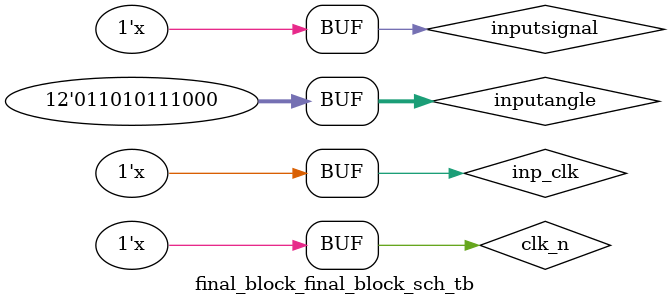
<source format=v>

`timescale 1ns / 1ps

module final_block_final_block_sch_tb();

// Inputs
   reg inp_clk;
   //reg initi;
   reg [11:0] inputangle;
   reg inputsignal;
   reg clk_n;

// Output
   wire [3:0] iter;
   wire [11:0] cosine;
   wire [11:0] sine;
   wire [15:0] acos;
   wire [15:0] bsin;
	wire initialize;
	wire invclk;

// Bidirs

// Instantiate the UUT
   final_block UUT (
		.inp_clk(inp_clk), 
		.initialize(initialize), 
		.inputangle(inputangle), 
		.iter(iter), 
		.cosine(cosine), 
		.sine(sine),
		.invclk(invclk),
		.acos(acos),
		.bsin(bsin),
		.inputsignal(inputsignal),
		.clk_n(clk_n)
		//.initi(initi)
   );
// Initialize Inputs
//`ifdef auto_init
       initial begin
		inp_clk = 0;
		clk_n = 0;
		inputsignal = 0;
		//increment = 0;
		//initi = 0;
		inputangle = 0;
		//#10 initi = 1;
			inputangle = 1720;
		//#100
		//	initi = 0;
		end
   //`endif
	
	always 
	begin
	#10 inp_clk = ~inp_clk;
	//if(inp_clk == 1 && increment <= 14 && initialize == 0)
		//increment = increment + 1;
	end
	always
		#1000 clk_n = ~clk_n;
		
	always
		#1001 inputsignal = ~inputsignal;
endmodule

</source>
